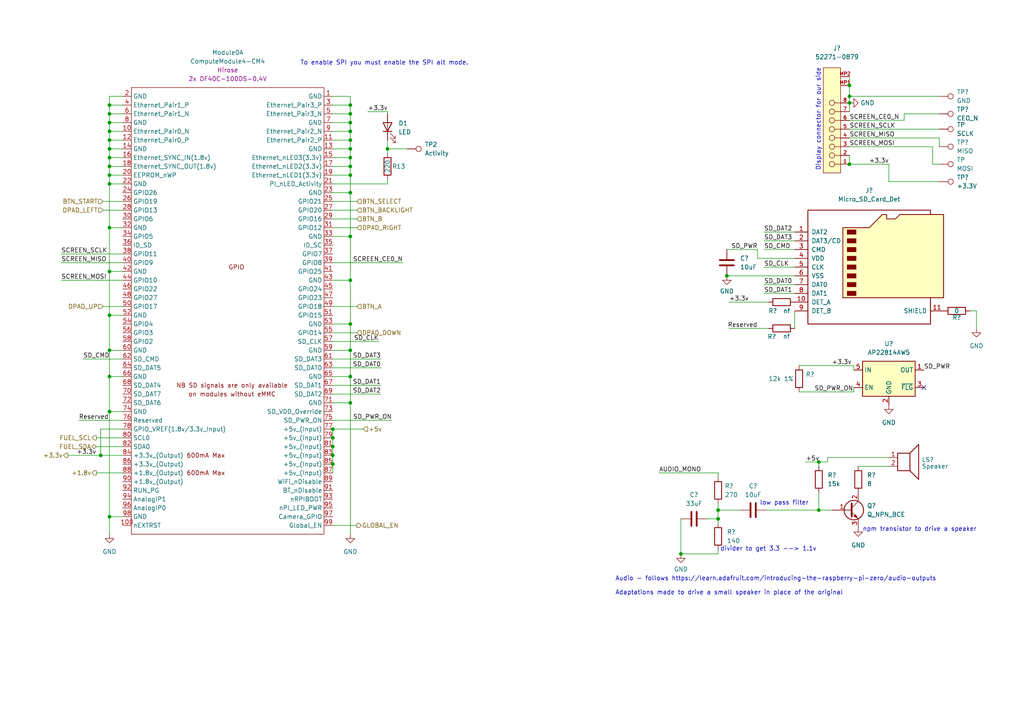
<source format=kicad_sch>
(kicad_sch (version 20210621) (generator eeschema)
  (paper "A4")
  (title_block (title "CM4 GPIO") (rev "indev") (comment 1 "https://www.github.com/cinnamondev/gamepithing"))
  (lib_symbols
    (symbol "CM4IO:ComputeModule4-CM4"
      (property "Reference" "Module" (at 113.03 -68.58 0))
      (property "Value" "ComputeModule4-CM4" (at 140.97 2.54 0))
      (property "Field4" "Hirose" (at 0 0 0))
      (property "Field5" "2x DF40C-100DS-0.4V" (at 0 -2.54 0))
      (symbol "ComputeModule4-CM4_1_0"
        (text "GPIO" (at 0 6.35 0) (effects (font (size 1.27 1.27))))
      )
      (symbol "ComputeModule4-CM4_1_1"
        (text "600mA Max" (at -8.89 -53.34 0) (effects (font (size 1.27 1.27))))
        (text "600mA Max" (at -8.89 -48.26 0) (effects (font (size 1.27 1.27))))
        (text "NB SD signals are only available" (at -1.27 -27.94 0) (effects (font (size 1.27 1.27))))
        (text "on modules without eMMC" (at -1.27 -30.48 0) (effects (font (size 1.27 1.27))))
        (rectangle (start -30.48 -71.12) (end 25.4 58.42))
        (pin power_in line (at 27.94 55.88 180) (length 2.54) (name "GND") (number "1"))
        (pin passive line (at -33.02 45.72 0) (length 2.54) (name "Ethernet_Pair0_N") (number "10"))
        (pin output line (at -33.02 -68.58 0) (length 2.54) (name "nEXTRST") (number "100"))
        (pin passive line (at 27.94 43.18 180) (length 2.54) (name "Ethernet_Pair2_P") (number "11"))
        (pin passive line (at -33.02 43.18 0) (length 2.54) (name "Ethernet_Pair0_P") (number "12"))
        (pin power_in line (at 27.94 40.64 180) (length 2.54) (name "GND") (number "13"))
        (pin power_in line (at -33.02 40.64 0) (length 2.54) (name "GND") (number "14"))
        (pin output line (at 27.94 38.1 180) (length 2.54) (name "Ethernet_nLED3(3.3v)") (number "15"))
        (pin input line (at -33.02 38.1 0) (length 2.54) (name "Ethernet_SYNC_IN(1.8v)") (number "16"))
        (pin output line (at 27.94 35.56 180) (length 2.54) (name "Ethernet_nLED2(3.3v)") (number "17"))
        (pin input line (at -33.02 35.56 0) (length 2.54) (name "Ethernet_SYNC_OUT(1.8v)") (number "18"))
        (pin output line (at 27.94 33.02 180) (length 2.54) (name "Ethernet_nLED1(3.3v)") (number "19"))
        (pin power_in line (at -33.02 55.88 0) (length 2.54) (name "GND") (number "2"))
        (pin passive line (at -33.02 33.02 0) (length 2.54) (name "EEPROM_nWP") (number "20"))
        (pin open_collector line (at 27.94 30.48 180) (length 2.54) (name "PI_nLED_Activity") (number "21"))
        (pin power_in line (at -33.02 30.48 0) (length 2.54) (name "GND") (number "22"))
        (pin power_in line (at 27.94 27.94 180) (length 2.54) (name "GND") (number "23"))
        (pin passive line (at -33.02 27.94 0) (length 2.54) (name "GPIO26") (number "24"))
        (pin passive line (at 27.94 25.4 180) (length 2.54) (name "GPIO21") (number "25"))
        (pin passive line (at -33.02 25.4 0) (length 2.54) (name "GPIO19") (number "26"))
        (pin passive line (at 27.94 22.86 180) (length 2.54) (name "GPIO20") (number "27"))
        (pin passive line (at -33.02 22.86 0) (length 2.54) (name "GPIO13") (number "28"))
        (pin passive line (at 27.94 20.32 180) (length 2.54) (name "GPIO16") (number "29"))
        (pin passive line (at 27.94 53.34 180) (length 2.54) (name "Ethernet_Pair3_P") (number "3"))
        (pin passive line (at -33.02 20.32 0) (length 2.54) (name "GPIO6") (number "30"))
        (pin passive line (at 27.94 17.78 180) (length 2.54) (name "GPIO12") (number "31"))
        (pin power_in line (at -33.02 17.78 0) (length 2.54) (name "GND") (number "32"))
        (pin power_in line (at 27.94 15.24 180) (length 2.54) (name "GND") (number "33"))
        (pin passive line (at -33.02 15.24 0) (length 2.54) (name "GPIO5") (number "34"))
        (pin passive line (at 27.94 12.7 180) (length 2.54) (name "ID_SC") (number "35"))
        (pin passive line (at -33.02 12.7 0) (length 2.54) (name "ID_SD") (number "36"))
        (pin passive line (at 27.94 10.16 180) (length 2.54) (name "GPIO7") (number "37"))
        (pin passive line (at -33.02 10.16 0) (length 2.54) (name "GPIO11") (number "38"))
        (pin passive line (at 27.94 7.62 180) (length 2.54) (name "GPIO8") (number "39"))
        (pin passive line (at -33.02 53.34 0) (length 2.54) (name "Ethernet_Pair1_P") (number "4"))
        (pin passive line (at -33.02 7.62 0) (length 2.54) (name "GPIO9") (number "40"))
        (pin passive line (at 27.94 5.08 180) (length 2.54) (name "GPIO25") (number "41"))
        (pin power_in line (at -33.02 5.08 0) (length 2.54) (name "GND") (number "42"))
        (pin power_in line (at 27.94 2.54 180) (length 2.54) (name "GND") (number "43"))
        (pin passive line (at -33.02 2.54 0) (length 2.54) (name "GPIO10") (number "44"))
        (pin passive line (at 27.94 0 180) (length 2.54) (name "GPIO24") (number "45"))
        (pin passive line (at -33.02 0 0) (length 2.54) (name "GPIO22") (number "46"))
        (pin passive line (at 27.94 -2.54 180) (length 2.54) (name "GPIO23") (number "47"))
        (pin passive line (at -33.02 -2.54 0) (length 2.54) (name "GPIO27") (number "48"))
        (pin passive line (at 27.94 -5.08 180) (length 2.54) (name "GPIO18") (number "49"))
        (pin passive line (at 27.94 50.8 180) (length 2.54) (name "Ethernet_Pair3_N") (number "5"))
        (pin passive line (at -33.02 -5.08 0) (length 2.54) (name "GPIO17") (number "50"))
        (pin passive line (at 27.94 -7.62 180) (length 2.54) (name "GPIO15") (number "51"))
        (pin power_in line (at -33.02 -7.62 0) (length 2.54) (name "GND") (number "52"))
        (pin power_in line (at 27.94 -10.16 180) (length 2.54) (name "GND") (number "53"))
        (pin passive line (at -33.02 -10.16 0) (length 2.54) (name "GPIO4") (number "54"))
        (pin passive line (at 27.94 -12.7 180) (length 2.54) (name "GPIO14") (number "55"))
        (pin passive line (at -33.02 -12.7 0) (length 2.54) (name "GPIO3") (number "56"))
        (pin passive line (at 27.94 -15.24 180) (length 2.54) (name "SD_CLK") (number "57"))
        (pin passive line (at -33.02 -15.24 0) (length 2.54) (name "GPIO2") (number "58"))
        (pin power_in line (at 27.94 -17.78 180) (length 2.54) (name "GND") (number "59"))
        (pin passive line (at -33.02 50.8 0) (length 2.54) (name "Ethernet_Pair1_N") (number "6"))
        (pin power_in line (at -33.02 -17.78 0) (length 2.54) (name "GND") (number "60"))
        (pin passive line (at 27.94 -20.32 180) (length 2.54) (name "SD_DAT3") (number "61"))
        (pin passive line (at -33.02 -20.32 0) (length 2.54) (name "SD_CMD") (number "62"))
        (pin passive line (at 27.94 -22.86 180) (length 2.54) (name "SD_DAT0") (number "63"))
        (pin passive line (at -33.02 -22.86 0) (length 2.54) (name "SD_DAT5") (number "64"))
        (pin power_in line (at 27.94 -25.4 180) (length 2.54) (name "GND") (number "65"))
        (pin power_in line (at -33.02 -25.4 0) (length 2.54) (name "GND") (number "66"))
        (pin passive line (at 27.94 -27.94 180) (length 2.54) (name "SD_DAT1") (number "67"))
        (pin passive line (at -33.02 -27.94 0) (length 2.54) (name "SD_DAT4") (number "68"))
        (pin passive line (at 27.94 -30.48 180) (length 2.54) (name "SD_DAT2") (number "69"))
        (pin power_in line (at 27.94 48.26 180) (length 2.54) (name "GND") (number "7"))
        (pin passive line (at -33.02 -30.48 0) (length 2.54) (name "SD_DAT7") (number "70"))
        (pin power_in line (at 27.94 -33.02 180) (length 2.54) (name "GND") (number "71"))
        (pin passive line (at -33.02 -33.02 0) (length 2.54) (name "SD_DAT6") (number "72"))
        (pin input line (at 27.94 -35.56 180) (length 2.54) (name "SD_VDD_Override") (number "73"))
        (pin power_in line (at -33.02 -35.56 0) (length 2.54) (name "GND") (number "74"))
        (pin output line (at 27.94 -38.1 180) (length 2.54) (name "SD_PWR_ON") (number "75"))
        (pin passive line (at -33.02 -38.1 0) (length 2.54) (name "Reserved") (number "76"))
        (pin power_in line (at 27.94 -40.64 180) (length 2.54) (name "+5v_(Input)") (number "77"))
        (pin power_in line (at -33.02 -40.64 0) (length 2.54) (name "GPIO_VREF(1.8v/3.3v_Input)") (number "78"))
        (pin power_in line (at 27.94 -43.18 180) (length 2.54) (name "+5v_(Input)") (number "79"))
        (pin power_in line (at -33.02 48.26 0) (length 2.54) (name "GND") (number "8"))
        (pin passive line (at -33.02 -43.18 0) (length 2.54) (name "SCL0") (number "80"))
        (pin power_in line (at 27.94 -45.72 180) (length 2.54) (name "+5v_(Input)") (number "81"))
        (pin passive line (at -33.02 -45.72 0) (length 2.54) (name "SDA0") (number "82"))
        (pin power_in line (at 27.94 -48.26 180) (length 2.54) (name "+5v_(Input)") (number "83"))
        (pin power_out line (at -33.02 -48.26 0) (length 2.54) (name "+3.3v_(Output)") (number "84"))
        (pin power_in line (at 27.94 -50.8 180) (length 2.54) (name "+5v_(Input)") (number "85"))
        (pin power_out line (at -33.02 -50.8 0) (length 2.54) (name "+3.3v_(Output)") (number "86"))
        (pin power_in line (at 27.94 -53.34 180) (length 2.54) (name "+5v_(Input)") (number "87"))
        (pin power_out line (at -33.02 -53.34 0) (length 2.54) (name "+1.8v_(Output)") (number "88"))
        (pin power_in line (at 27.94 -55.88 180) (length 2.54) (name "WiFi_nDisable") (number "89"))
        (pin passive line (at 27.94 45.72 180) (length 2.54) (name "Ethernet_Pair2_N") (number "9"))
        (pin power_out line (at -33.02 -55.88 0) (length 2.54) (name "+1.8v_(Output)") (number "90"))
        (pin power_in line (at 27.94 -58.42 180) (length 2.54) (name "BT_nDisable") (number "91"))
        (pin passive line (at -33.02 -58.42 0) (length 2.54) (name "RUN_PG") (number "92"))
        (pin input line (at 27.94 -60.96 180) (length 2.54) (name "nRPIBOOT") (number "93"))
        (pin passive line (at -33.02 -60.96 0) (length 2.54) (name "AnalogIP1") (number "94"))
        (pin output line (at 27.94 -63.5 180) (length 2.54) (name "nPI_LED_PWR") (number "95"))
        (pin passive line (at -33.02 -63.5 0) (length 2.54) (name "AnalogIP0") (number "96"))
        (pin passive line (at 27.94 -66.04 180) (length 2.54) (name "Camera_GPIO") (number "97"))
        (pin power_in line (at -33.02 -66.04 0) (length 2.54) (name "GND") (number "98"))
        (pin input line (at 27.94 -68.58 180) (length 2.54) (name "Global_EN") (number "99"))
      )
      (symbol "ComputeModule4-CM4_2_1"
        (text "High Speed Serial" (at 140.97 0 0) (effects (font (size 1.27 1.27))))
        (rectangle (start 114.3 -66.04) (end 165.1 63.5))
        (pin input line (at 170.18 60.96 180) (length 5.08) (name "USB_OTG_ID") (number "101"))
        (pin input line (at 109.22 60.96 0) (length 5.08) (name "PCIe_CLK_nREQ") (number "102"))
        (pin passive line (at 170.18 58.42 180) (length 5.08) (name "USB2_N") (number "103"))
        (pin passive line (at 109.22 58.42 0) (length 5.08) (name "Reserved") (number "104"))
        (pin passive line (at 170.18 55.88 180) (length 5.08) (name "USB2_P") (number "105"))
        (pin passive line (at 109.22 55.88 0) (length 5.08) (name "Reserved") (number "106"))
        (pin power_in line (at 170.18 53.34 180) (length 5.08) (name "GND") (number "107"))
        (pin power_in line (at 109.22 53.34 0) (length 5.08) (name "GND") (number "108"))
        (pin bidirectional line (at 170.18 50.8 180) (length 5.08) (name "PCIe_nRST") (number "109"))
        (pin output line (at 109.22 50.8 0) (length 5.08) (name "PCIe_CLK_P") (number "110"))
        (pin passive line (at 170.18 48.26 180) (length 5.08) (name "VDAC_COMP") (number "111"))
        (pin output line (at 109.22 48.26 0) (length 5.08) (name "PCIe_CLK_N") (number "112"))
        (pin power_in line (at 170.18 45.72 180) (length 5.08) (name "GND") (number "113"))
        (pin power_in line (at 109.22 45.72 0) (length 5.08) (name "GND") (number "114"))
        (pin input line (at 170.18 43.18 180) (length 5.08) (name "CAM1_D0_N") (number "115"))
        (pin input line (at 109.22 43.18 0) (length 5.08) (name "PCIe_RX_P") (number "116"))
        (pin input line (at 170.18 40.64 180) (length 5.08) (name "CAM1_D0_P") (number "117"))
        (pin input line (at 109.22 40.64 0) (length 5.08) (name "PCIe_RX_N") (number "118"))
        (pin power_in line (at 170.18 38.1 180) (length 5.08) (name "GND") (number "119"))
        (pin power_in line (at 109.22 38.1 0) (length 5.08) (name "GND") (number "120"))
        (pin input line (at 170.18 35.56 180) (length 5.08) (name "CAM1_D1_N") (number "121"))
        (pin output line (at 109.22 35.56 0) (length 5.08) (name "PCIe_TX_P") (number "122"))
        (pin input line (at 170.18 33.02 180) (length 5.08) (name "CAM1_D1_P") (number "123"))
        (pin output line (at 109.22 33.02 0) (length 5.08) (name "PCIe_TX_N") (number "124"))
        (pin power_in line (at 170.18 30.48 180) (length 5.08) (name "GND") (number "125"))
        (pin power_in line (at 109.22 30.48 0) (length 5.08) (name "GND") (number "126"))
        (pin input line (at 170.18 27.94 180) (length 5.08) (name "CAM1_C_N") (number "127"))
        (pin input line (at 109.22 27.94 0) (length 5.08) (name "CAM0_D0_N") (number "128"))
        (pin input line (at 170.18 25.4 180) (length 5.08) (name "CAM1_C_P") (number "129"))
        (pin input line (at 109.22 25.4 0) (length 5.08) (name "CAM0_D0_P") (number "130"))
        (pin power_in line (at 170.18 22.86 180) (length 5.08) (name "GND") (number "131"))
        (pin power_in line (at 109.22 22.86 0) (length 5.08) (name "GND") (number "132"))
        (pin input line (at 170.18 20.32 180) (length 5.08) (name "CAM1_D2_N") (number "133"))
        (pin input line (at 109.22 20.32 0) (length 5.08) (name "CAM0_D1_N") (number "134"))
        (pin input line (at 170.18 17.78 180) (length 5.08) (name "CAM1_D2_P") (number "135"))
        (pin input line (at 109.22 17.78 0) (length 5.08) (name "CAM0_D1_P") (number "136"))
        (pin power_in line (at 170.18 15.24 180) (length 5.08) (name "GND") (number "137"))
        (pin power_in line (at 109.22 15.24 0) (length 5.08) (name "GND") (number "138"))
        (pin input line (at 170.18 12.7 180) (length 5.08) (name "CAM1_D3_N") (number "139"))
        (pin input line (at 109.22 12.7 0) (length 5.08) (name "CAM0_C_N") (number "140"))
        (pin input line (at 170.18 10.16 180) (length 5.08) (name "CAM1_D3_P") (number "141"))
        (pin input line (at 109.22 10.16 0) (length 5.08) (name "CAM0_C_P") (number "142"))
        (pin input line (at 170.18 7.62 180) (length 5.08) (name "HDMI1_HOTPLUG") (number "143"))
        (pin power_in line (at 109.22 7.62 0) (length 5.08) (name "GND") (number "144"))
        (pin bidirectional line (at 170.18 5.08 180) (length 5.08) (name "HDMI1_SDA") (number "145"))
        (pin output line (at 109.22 5.08 0) (length 5.08) (name "HDMI1_TX2_P") (number "146"))
        (pin open_collector line (at 170.18 2.54 180) (length 5.08) (name "HDMI1_SCL") (number "147"))
        (pin output line (at 109.22 2.54 0) (length 5.08) (name "HDMI1_TX2_N") (number "148"))
        (pin open_collector line (at 170.18 0 180) (length 5.08) (name "HDMI1_CEC") (number "149"))
        (pin power_in line (at 109.22 0 0) (length 5.08) (name "GND") (number "150"))
        (pin open_collector line (at 170.18 -2.54 180) (length 5.08) (name "HDMI0_CEC") (number "151"))
        (pin output line (at 109.22 -2.54 0) (length 5.08) (name "HDMI1_TX1_P") (number "152"))
        (pin input line (at 170.18 -5.08 180) (length 5.08) (name "HDMI0_HOTPLUG") (number "153"))
        (pin output line (at 109.22 -5.08 0) (length 5.08) (name "HDMI1_TX1_N") (number "154"))
        (pin power_in line (at 170.18 -7.62 180) (length 5.08) (name "GND") (number "155"))
        (pin power_in line (at 109.22 -7.62 0) (length 5.08) (name "GND") (number "156"))
        (pin output line (at 170.18 -10.16 180) (length 5.08) (name "DSI0_D0_N") (number "157"))
        (pin output line (at 109.22 -10.16 0) (length 5.08) (name "HDMI1_TX0_P") (number "158"))
        (pin output line (at 170.18 -12.7 180) (length 5.08) (name "DSI0_D0_P") (number "159"))
        (pin output line (at 109.22 -12.7 0) (length 5.08) (name "HDMI1_TX0_N") (number "160"))
        (pin power_in line (at 170.18 -15.24 180) (length 5.08) (name "GND") (number "161"))
        (pin power_in line (at 109.22 -15.24 0) (length 5.08) (name "GND") (number "162"))
        (pin output line (at 170.18 -17.78 180) (length 5.08) (name "DSI0_D1_N") (number "163"))
        (pin output line (at 109.22 -17.78 0) (length 5.08) (name "HDMI1_CLK_P") (number "164"))
        (pin output line (at 170.18 -20.32 180) (length 5.08) (name "DSI0_D1_P") (number "165"))
        (pin output line (at 109.22 -20.32 0) (length 5.08) (name "HDMI1_CLK_N") (number "166"))
        (pin power_in line (at 170.18 -22.86 180) (length 5.08) (name "GND") (number "167"))
        (pin power_in line (at 109.22 -22.86 0) (length 5.08) (name "GND") (number "168"))
        (pin output line (at 170.18 -25.4 180) (length 5.08) (name "DSI0_C_N") (number "169"))
        (pin output line (at 109.22 -25.4 0) (length 5.08) (name "HDMI0_TX2_P") (number "170"))
        (pin output line (at 170.18 -27.94 180) (length 5.08) (name "DSI0_C_P") (number "171"))
        (pin output line (at 109.22 -27.94 0) (length 5.08) (name "HDMI0_TX2_N") (number "172"))
        (pin power_in line (at 170.18 -30.48 180) (length 5.08) (name "GND") (number "173"))
        (pin power_in line (at 109.22 -30.48 0) (length 5.08) (name "GND") (number "174"))
        (pin output line (at 170.18 -33.02 180) (length 5.08) (name "DSI1_D0_N") (number "175"))
        (pin output line (at 109.22 -33.02 0) (length 5.08) (name "HDMI0_TX1_P") (number "176"))
        (pin output line (at 170.18 -35.56 180) (length 5.08) (name "DSI1_D0_P") (number "177"))
        (pin output line (at 109.22 -35.56 0) (length 5.08) (name "HDMI0_TX1_N") (number "178"))
        (pin power_in line (at 170.18 -38.1 180) (length 5.08) (name "GND") (number "179"))
        (pin power_in line (at 109.22 -38.1 0) (length 5.08) (name "GND") (number "180"))
        (pin output line (at 170.18 -40.64 180) (length 5.08) (name "DSI1_D1_N") (number "181"))
        (pin output line (at 109.22 -40.64 0) (length 5.08) (name "HDMI0_TX0_P") (number "182"))
        (pin output line (at 170.18 -43.18 180) (length 5.08) (name "DSI1_D1_P") (number "183"))
        (pin output line (at 109.22 -43.18 0) (length 5.08) (name "HDMI0_TX0_N") (number "184"))
        (pin power_in line (at 170.18 -45.72 180) (length 5.08) (name "GND") (number "185"))
        (pin power_in line (at 109.22 -45.72 0) (length 5.08) (name "GND") (number "186"))
        (pin output line (at 170.18 -48.26 180) (length 5.08) (name "DSI1_C_N") (number "187"))
        (pin output line (at 109.22 -48.26 0) (length 5.08) (name "HDMI0_CLK_P") (number "188"))
        (pin output line (at 170.18 -50.8 180) (length 5.08) (name "DSI1_C_P") (number "189"))
        (pin output line (at 109.22 -50.8 0) (length 5.08) (name "HDMI0_CLK_N") (number "190"))
        (pin power_in line (at 170.18 -53.34 180) (length 5.08) (name "GND") (number "191"))
        (pin power_in line (at 109.22 -53.34 0) (length 5.08) (name "GND") (number "192"))
        (pin output line (at 170.18 -55.88 180) (length 5.08) (name "DSI1_D2_N") (number "193"))
        (pin output line (at 109.22 -55.88 0) (length 5.08) (name "DSI1_D3_N") (number "194"))
        (pin output line (at 170.18 -58.42 180) (length 5.08) (name "DSI1_D2_P") (number "195"))
        (pin output line (at 109.22 -58.42 0) (length 5.08) (name "DSI1_D3_P") (number "196"))
        (pin power_in line (at 170.18 -60.96 180) (length 5.08) (name "GND") (number "197"))
        (pin power_in line (at 109.22 -60.96 0) (length 5.08) (name "GND") (number "198"))
        (pin bidirectional line (at 170.18 -63.5 180) (length 5.08) (name "HDMI0_SDA") (number "199"))
        (pin open_collector line (at 109.22 -63.5 0) (length 5.08) (name "HDMI0_SCL") (number "200"))
      )
    )
    (symbol "Connector:Micro_SD_Card_Det" (pin_names (offset 1.016))
      (property "Reference" "J" (at -16.51 17.78 0))
      (property "Value" "Micro_SD_Card_Det" (at 16.51 17.78 0))
      (symbol "Micro_SD_Card_Det_0_1"
        (rectangle (start -7.62 -6.985) (end -5.08 -8.255) (fill (type outline)))
        (rectangle (start -7.62 -4.445) (end -5.08 -5.715) (fill (type outline)))
        (rectangle (start -7.62 -1.905) (end -5.08 -3.175) (fill (type outline)))
        (rectangle (start -7.62 0.635) (end -5.08 -0.635) (fill (type outline)))
        (rectangle (start -7.62 3.175) (end -5.08 1.905) (fill (type outline)))
        (rectangle (start -7.62 5.715) (end -5.08 4.445) (fill (type outline)))
        (rectangle (start -7.62 8.255) (end -5.08 6.985) (fill (type outline)))
        (rectangle (start -7.62 10.795) (end -5.08 9.525) (fill (type outline)))
        (polyline (pts (xy 16.51 15.24) (xy 16.51 16.51) (xy -19.05 16.51) (xy -19.05 -16.51) (xy 16.51 -16.51) (xy 16.51 -8.89)) (stroke (width 0.254)))
        (polyline (pts (xy -8.89 -8.89) (xy -8.89 11.43) (xy -1.27 11.43) (xy 2.54 15.24) (xy 3.81 15.24) (xy 3.81 13.97) (xy 6.35 13.97) (xy 7.62 15.24) (xy 20.32 15.24) (xy 20.32 -8.89) (xy -8.89 -8.89)) (stroke (width 0.254)) (fill (type background)))
      )
      (symbol "Micro_SD_Card_Det_1_1"
        (pin bidirectional line (at -22.86 10.16 0) (length 3.81) (name "DAT2") (number "1"))
        (pin passive line (at -22.86 -10.16 0) (length 3.81) (name "DET_A") (number "10"))
        (pin passive line (at 20.32 -12.7 180) (length 3.81) (name "SHIELD") (number "11"))
        (pin bidirectional line (at -22.86 7.62 0) (length 3.81) (name "DAT3/CD") (number "2"))
        (pin input line (at -22.86 5.08 0) (length 3.81) (name "CMD") (number "3"))
        (pin power_in line (at -22.86 2.54 0) (length 3.81) (name "VDD") (number "4"))
        (pin input line (at -22.86 0 0) (length 3.81) (name "CLK") (number "5"))
        (pin power_in line (at -22.86 -2.54 0) (length 3.81) (name "VSS") (number "6"))
        (pin bidirectional line (at -22.86 -5.08 0) (length 3.81) (name "DAT0") (number "7"))
        (pin bidirectional line (at -22.86 -7.62 0) (length 3.81) (name "DAT1") (number "8"))
        (pin passive line (at -22.86 -12.7 0) (length 3.81) (name "DET_B") (number "9"))
      )
    )
    (symbol "Connector:TestPoint" (pin_numbers hide) (pin_names (offset 0.762) hide)
      (property "Reference" "TP" (at 0 6.858 0))
      (property "Value" "TestPoint" (at 0 5.08 0))
      (symbol "TestPoint_0_1"
        (circle (center 0 3.302) (radius 0.762))
      )
      (symbol "TestPoint_1_1"
        (pin passive line (at 0 0 90) (length 2.54) (name "1") (number "1"))
      )
    )
    (symbol "Device:C" (pin_numbers hide) (pin_names (offset 0.254))
      (property "Reference" "C" (at 0.635 2.54 0))
      (property "Value" "C" (at 0.635 -2.54 0))
      (symbol "C_0_1"
        (polyline (pts (xy -2.032 -0.762) (xy 2.032 -0.762)) (stroke (width 0.508)))
        (polyline (pts (xy -2.032 0.762) (xy 2.032 0.762)) (stroke (width 0.508)))
      )
      (symbol "C_1_1"
        (pin passive line (at 0 3.81 270) (length 2.794) (name "~") (number "1"))
        (pin passive line (at 0 -3.81 90) (length 2.794) (name "~") (number "2"))
      )
    )
    (symbol "Device:LED" (pin_numbers hide) (pin_names (offset 1.016) hide)
      (property "Reference" "D" (at 0 2.54 0))
      (property "Value" "LED" (at 0 -2.54 0))
      (symbol "LED_0_1"
        (polyline (pts (xy -1.27 -1.27) (xy -1.27 1.27)) (stroke (width 0.254)))
        (polyline (pts (xy -1.27 0) (xy 1.27 0)))
        (polyline (pts (xy 1.27 -1.27) (xy 1.27 1.27) (xy -1.27 0) (xy 1.27 -1.27)) (stroke (width 0.254)))
        (polyline (pts (xy -3.048 -0.762) (xy -4.572 -2.286) (xy -3.81 -2.286) (xy -4.572 -2.286) (xy -4.572 -1.524)))
        (polyline (pts (xy -1.778 -0.762) (xy -3.302 -2.286) (xy -2.54 -2.286) (xy -3.302 -2.286) (xy -3.302 -1.524)))
      )
      (symbol "LED_1_1"
        (pin passive line (at -3.81 0 0) (length 2.54) (name "K") (number "1"))
        (pin passive line (at 3.81 0 180) (length 2.54) (name "A") (number "2"))
      )
    )
    (symbol "Device:Q_NPN_BCE" (pin_names (offset 0) hide)
      (property "Reference" "Q" (at 5.08 1.27 0))
      (property "Value" "Q_NPN_BCE" (at 5.08 -1.27 0))
      (symbol "Q_NPN_BCE_0_1"
        (circle (center 1.27 0) (radius 2.8194) (stroke (width 0.254)))
        (polyline (pts (xy 0.635 0.635) (xy 2.54 2.54)))
        (polyline (pts (xy 0.635 -0.635) (xy 2.54 -2.54) (xy 2.54 -2.54)))
        (polyline (pts (xy 0.635 1.905) (xy 0.635 -1.905) (xy 0.635 -1.905)) (stroke (width 0.508)))
        (polyline (pts (xy 1.27 -1.778) (xy 1.778 -1.27) (xy 2.286 -2.286) (xy 1.27 -1.778) (xy 1.27 -1.778)) (fill (type outline)))
      )
      (symbol "Q_NPN_BCE_1_1"
        (pin input line (at -5.08 0 0) (length 5.715) (name "B") (number "1"))
        (pin passive line (at 2.54 5.08 270) (length 2.54) (name "C") (number "2"))
        (pin passive line (at 2.54 -5.08 90) (length 2.54) (name "E") (number "3"))
      )
    )
    (symbol "Device:R" (pin_numbers hide) (pin_names (offset 0))
      (property "Reference" "R" (at 2.032 0 90))
      (property "Value" "R" (at 0 0 90))
      (symbol "R_0_1"
        (rectangle (start -1.016 -2.54) (end 1.016 2.54) (stroke (width 0.254)))
      )
      (symbol "R_1_1"
        (pin passive line (at 0 3.81 270) (length 1.27) (name "~") (number "1"))
        (pin passive line (at 0 -3.81 90) (length 1.27) (name "~") (number "2"))
      )
    )
    (symbol "Device:Speaker" (pin_names (offset 0) hide)
      (property "Reference" "LS" (at 1.27 5.715 0))
      (property "Value" "Speaker" (at 1.27 3.81 0))
      (symbol "Speaker_0_0"
        (rectangle (start -2.54 1.27) (end 1.016 -3.81) (stroke (width 0.254)))
        (polyline (pts (xy 1.016 1.27) (xy 3.556 3.81) (xy 3.556 -6.35) (xy 1.016 -3.81)) (stroke (width 0.254)))
      )
      (symbol "Speaker_1_1"
        (pin input line (at -5.08 0 0) (length 2.54) (name "1") (number "1"))
        (pin input line (at -5.08 -2.54 0) (length 2.54) (name "2") (number "2"))
      )
    )
    (symbol "MOLEXZIF:52271-0879" (pin_names (offset 0))
      (property "Reference" "J" (at 0 12.7 0))
      (property "Value" "52271-0879" (at 0 15.24 0))
      (symbol "52271-0879_1_1"
        (circle (center 0 7.62) (radius 0.762))
        (circle (center 2.54 7.62) (radius 0.762))
        (circle (center 5.08 7.62) (radius 0.762))
        (circle (center 7.62 7.62) (radius 0.762))
        (circle (center 10.16 7.62) (radius 0.762))
        (circle (center 12.7 7.62) (radius 0.762))
        (circle (center 15.24 7.62) (radius 0.762))
        (circle (center 17.78 7.62) (radius 0.762))
        (rectangle (start -2.54 10.16) (end 27.94 5.08) (fill (type background)))
        (polyline (pts (xy 0 5.08) (xy 0 6.858)))
        (polyline (pts (xy 2.54 5.08) (xy 2.54 6.858)))
        (polyline (pts (xy 5.08 5.08) (xy 5.08 6.858)))
        (polyline (pts (xy 7.62 5.08) (xy 7.62 6.858)))
        (polyline (pts (xy 10.16 5.08) (xy 10.16 6.858)))
        (polyline (pts (xy 12.7 5.08) (xy 12.7 6.858)))
        (polyline (pts (xy 15.24 5.08) (xy 15.24 6.858)))
        (polyline (pts (xy 17.78 5.08) (xy 17.78 6.858)))
        (pin passive line (at 0 2.54 90) (length 2.54) (name "1") (number "1"))
        (pin passive line (at 2.54 2.54 90) (length 2.54) (name "2") (number "2"))
        (pin passive line (at 5.08 2.54 90) (length 2.54) (name "3") (number "3"))
        (pin passive line (at 7.62 2.54 90) (length 2.54) (name "4") (number "4"))
        (pin passive line (at 10.16 2.54 90) (length 2.54) (name "5") (number "5"))
        (pin passive line (at 12.7 2.54 90) (length 2.54) (name "6") (number "6"))
        (pin passive line (at 15.24 2.54 90) (length 2.54) (name "7") (number "7"))
        (pin passive line (at 17.78 2.54 90) (length 2.54) (name "8") (number "8"))
        (pin passive line (at 22.86 2.54 90) (length 2.54) (name "MP1") (number "MP1"))
        (pin passive line (at 25.4 2.54 90) (length 2.54) (name "MP2") (number "MP2"))
      )
    )
    (symbol "Power_Management:AP22814AW5"
      (property "Reference" "U" (at -7.62 -6.35 0))
      (property "Value" "AP22814AW5" (at -7.62 6.35 0))
      (symbol "AP22814AW5_0_1"
        (rectangle (start -7.62 5.08) (end 7.62 -5.08) (stroke (width 0.254)) (fill (type background)))
      )
      (symbol "AP22814AW5_1_1"
        (pin power_out line (at 10.16 2.54 180) (length 2.54) (name "OUT") (number "1"))
        (pin power_in line (at 0 -7.62 90) (length 2.54) (name "GND") (number "2"))
        (pin open_collector line (at 10.16 -2.54 180) (length 2.54) (name "~{FLG}") (number "3"))
        (pin input line (at -10.16 -2.54 0) (length 2.54) (name "EN") (number "4"))
        (pin power_in line (at -10.16 2.54 0) (length 2.54) (name "IN") (number "5"))
      )
    )
    (symbol "power:GND" (power) (pin_names (offset 0))
      (property "Value" "GND" (at 0 -3.81 0))
      (symbol "GND_0_1"
        (polyline (pts (xy 0 0) (xy 0 -1.27) (xy 1.27 -1.27) (xy 0 -2.54) (xy -1.27 -1.27) (xy 0 -1.27)))
      )
      (symbol "GND_1_1"
        (pin power_in line (at 0 0 270) (length 0) hide (name "GND") (number "1"))
      )
    )
  )
  (junction (at 29.21 132.08) (diameter 0.9144))
  (junction (at 31.75 30.48) (diameter 0.9144))
  (junction (at 31.75 33.02) (diameter 0.9144))
  (junction (at 31.75 35.56) (diameter 0.9144))
  (junction (at 31.75 38.1) (diameter 0.9144))
  (junction (at 31.75 40.64) (diameter 0.9144))
  (junction (at 31.75 43.18) (diameter 0.9144))
  (junction (at 31.75 45.72) (diameter 0.9144))
  (junction (at 31.75 48.26) (diameter 0.9144))
  (junction (at 31.75 50.8) (diameter 0.9144))
  (junction (at 31.75 53.34) (diameter 0.9144))
  (junction (at 31.75 66.04) (diameter 0.9144))
  (junction (at 31.75 78.74) (diameter 0.9144))
  (junction (at 31.75 91.44) (diameter 0.9144))
  (junction (at 31.75 101.6) (diameter 0.9144))
  (junction (at 31.75 109.22) (diameter 0.9144))
  (junction (at 31.75 119.38) (diameter 0.9144))
  (junction (at 31.75 149.86) (diameter 0.9144))
  (junction (at 96.52 124.46) (diameter 0.9144))
  (junction (at 96.52 127) (diameter 0.9144))
  (junction (at 96.52 129.54) (diameter 0.9144))
  (junction (at 96.52 132.08) (diameter 0.9144))
  (junction (at 96.52 134.62) (diameter 0.9144))
  (junction (at 101.6 30.48) (diameter 0.9144))
  (junction (at 101.6 33.02) (diameter 0.9144))
  (junction (at 101.6 35.56) (diameter 0.9144))
  (junction (at 101.6 38.1) (diameter 0.9144))
  (junction (at 101.6 40.64) (diameter 0.9144))
  (junction (at 101.6 43.18) (diameter 0.9144))
  (junction (at 101.6 45.72) (diameter 0.9144))
  (junction (at 101.6 48.26) (diameter 0.9144))
  (junction (at 101.6 50.8) (diameter 0.9144))
  (junction (at 101.6 55.88) (diameter 0.9144))
  (junction (at 101.6 68.58) (diameter 0.9144))
  (junction (at 101.6 81.28) (diameter 0.9144))
  (junction (at 101.6 93.98) (diameter 0.9144))
  (junction (at 101.6 101.6) (diameter 0.9144))
  (junction (at 101.6 109.22) (diameter 0.9144))
  (junction (at 101.6 116.84) (diameter 0.9144))
  (junction (at 112.395 43.18) (diameter 0.9144))
  (junction (at 197.485 160.655) (diameter 0.9144))
  (junction (at 208.28 147.955) (diameter 0.9144))
  (junction (at 208.28 150.495) (diameter 0.9144))
  (junction (at 210.82 80.01) (diameter 0.9144))
  (junction (at 237.49 133.985) (diameter 0.9144))
  (junction (at 237.49 147.955) (diameter 0.9144))
  (junction (at 246.38 24.765) (diameter 0.9144))
  (junction (at 246.38 27.94) (diameter 0.9144))
  (junction (at 246.38 29.845) (diameter 0.9144))
  (junction (at 246.38 47.625) (diameter 0.9144))
  (no_connect (at 267.97 112.395))
  (wire (pts (xy 17.78 73.66) (xy 35.56 73.66)))
  (wire (pts (xy 17.78 76.2) (xy 35.56 76.2)))
  (wire (pts (xy 17.78 81.28) (xy 35.56 81.28)))
  (wire (pts (xy 19.685 132.08) (xy 29.21 132.08)))
  (wire (pts (xy 22.86 121.92) (xy 35.56 121.92)))
  (wire (pts (xy 24.13 104.14) (xy 35.56 104.14)))
  (wire (pts (xy 27.94 127) (xy 35.56 127)))
  (wire (pts (xy 27.94 129.54) (xy 35.56 129.54)))
  (wire (pts (xy 27.94 137.16) (xy 35.56 137.16)))
  (wire (pts (xy 29.21 124.46) (xy 29.21 132.08)))
  (wire (pts (xy 29.21 124.46) (xy 35.56 124.46)))
  (wire (pts (xy 29.21 132.08) (xy 35.56 132.08)))
  (wire (pts (xy 29.845 58.42) (xy 35.56 58.42)))
  (wire (pts (xy 29.845 60.96) (xy 35.56 60.96)))
  (wire (pts (xy 29.845 88.9) (xy 35.56 88.9)))
  (wire (pts (xy 31.75 27.94) (xy 31.75 30.48)))
  (wire (pts (xy 31.75 30.48) (xy 31.75 33.02)))
  (wire (pts (xy 31.75 30.48) (xy 35.56 30.48)))
  (wire (pts (xy 31.75 33.02) (xy 31.75 35.56)))
  (wire (pts (xy 31.75 33.02) (xy 35.56 33.02)))
  (wire (pts (xy 31.75 35.56) (xy 31.75 38.1)))
  (wire (pts (xy 31.75 35.56) (xy 35.56 35.56)))
  (wire (pts (xy 31.75 38.1) (xy 31.75 40.64)))
  (wire (pts (xy 31.75 38.1) (xy 35.56 38.1)))
  (wire (pts (xy 31.75 40.64) (xy 31.75 43.18)))
  (wire (pts (xy 31.75 40.64) (xy 35.56 40.64)))
  (wire (pts (xy 31.75 43.18) (xy 31.75 45.72)))
  (wire (pts (xy 31.75 43.18) (xy 35.56 43.18)))
  (wire (pts (xy 31.75 45.72) (xy 31.75 48.26)))
  (wire (pts (xy 31.75 48.26) (xy 31.75 50.8)))
  (wire (pts (xy 31.75 48.26) (xy 35.56 48.26)))
  (wire (pts (xy 31.75 50.8) (xy 31.75 53.34)))
  (wire (pts (xy 31.75 50.8) (xy 35.56 50.8)))
  (wire (pts (xy 31.75 53.34) (xy 31.75 66.04)))
  (wire (pts (xy 31.75 53.34) (xy 35.56 53.34)))
  (wire (pts (xy 31.75 66.04) (xy 31.75 78.74)))
  (wire (pts (xy 31.75 66.04) (xy 35.56 66.04)))
  (wire (pts (xy 31.75 78.74) (xy 31.75 91.44)))
  (wire (pts (xy 31.75 78.74) (xy 35.56 78.74)))
  (wire (pts (xy 31.75 91.44) (xy 31.75 101.6)))
  (wire (pts (xy 31.75 91.44) (xy 35.56 91.44)))
  (wire (pts (xy 31.75 101.6) (xy 31.75 109.22)))
  (wire (pts (xy 31.75 101.6) (xy 35.56 101.6)))
  (wire (pts (xy 31.75 109.22) (xy 31.75 119.38)))
  (wire (pts (xy 31.75 109.22) (xy 35.56 109.22)))
  (wire (pts (xy 31.75 119.38) (xy 31.75 149.86)))
  (wire (pts (xy 31.75 119.38) (xy 35.56 119.38)))
  (wire (pts (xy 31.75 149.86) (xy 31.75 154.94)))
  (wire (pts (xy 31.75 149.86) (xy 35.56 149.86)))
  (wire (pts (xy 35.56 27.94) (xy 31.75 27.94)))
  (wire (pts (xy 35.56 45.72) (xy 31.75 45.72)))
  (wire (pts (xy 96.52 27.94) (xy 101.6 27.94)))
  (wire (pts (xy 96.52 30.48) (xy 101.6 30.48)))
  (wire (pts (xy 96.52 33.02) (xy 101.6 33.02)))
  (wire (pts (xy 96.52 35.56) (xy 101.6 35.56)))
  (wire (pts (xy 96.52 38.1) (xy 101.6 38.1)))
  (wire (pts (xy 96.52 40.64) (xy 101.6 40.64)))
  (wire (pts (xy 96.52 43.18) (xy 101.6 43.18)))
  (wire (pts (xy 96.52 45.72) (xy 101.6 45.72)))
  (wire (pts (xy 96.52 48.26) (xy 101.6 48.26)))
  (wire (pts (xy 96.52 50.8) (xy 101.6 50.8)))
  (wire (pts (xy 96.52 53.34) (xy 112.395 53.34)))
  (wire (pts (xy 96.52 55.88) (xy 101.6 55.88)))
  (wire (pts (xy 96.52 58.42) (xy 103.505 58.42)))
  (wire (pts (xy 96.52 60.96) (xy 103.505 60.96)))
  (wire (pts (xy 96.52 63.5) (xy 103.505 63.5)))
  (wire (pts (xy 96.52 66.04) (xy 103.505 66.04)))
  (wire (pts (xy 96.52 68.58) (xy 101.6 68.58)))
  (wire (pts (xy 96.52 76.2) (xy 116.84 76.2)))
  (wire (pts (xy 96.52 81.28) (xy 101.6 81.28)))
  (wire (pts (xy 96.52 88.9) (xy 103.505 88.9)))
  (wire (pts (xy 96.52 93.98) (xy 101.6 93.98)))
  (wire (pts (xy 96.52 96.52) (xy 103.505 96.52)))
  (wire (pts (xy 96.52 99.06) (xy 109.855 99.06)))
  (wire (pts (xy 96.52 101.6) (xy 101.6 101.6)))
  (wire (pts (xy 96.52 104.14) (xy 110.49 104.14)))
  (wire (pts (xy 96.52 106.68) (xy 110.49 106.68)))
  (wire (pts (xy 96.52 109.22) (xy 101.6 109.22)))
  (wire (pts (xy 96.52 111.76) (xy 110.49 111.76)))
  (wire (pts (xy 96.52 114.3) (xy 110.49 114.3)))
  (wire (pts (xy 96.52 116.84) (xy 101.6 116.84)))
  (wire (pts (xy 96.52 121.92) (xy 113.665 121.92)))
  (wire (pts (xy 96.52 124.46) (xy 96.52 127)))
  (wire (pts (xy 96.52 127) (xy 96.52 129.54)))
  (wire (pts (xy 96.52 129.54) (xy 96.52 132.08)))
  (wire (pts (xy 96.52 132.08) (xy 96.52 134.62)))
  (wire (pts (xy 96.52 134.62) (xy 96.52 137.16)))
  (wire (pts (xy 96.52 152.4) (xy 103.505 152.4)))
  (wire (pts (xy 101.6 27.94) (xy 101.6 30.48)))
  (wire (pts (xy 101.6 30.48) (xy 101.6 33.02)))
  (wire (pts (xy 101.6 33.02) (xy 101.6 35.56)))
  (wire (pts (xy 101.6 35.56) (xy 101.6 38.1)))
  (wire (pts (xy 101.6 38.1) (xy 101.6 40.64)))
  (wire (pts (xy 101.6 40.64) (xy 101.6 43.18)))
  (wire (pts (xy 101.6 43.18) (xy 101.6 45.72)))
  (wire (pts (xy 101.6 45.72) (xy 101.6 48.26)))
  (wire (pts (xy 101.6 48.26) (xy 101.6 50.8)))
  (wire (pts (xy 101.6 50.8) (xy 101.6 55.88)))
  (wire (pts (xy 101.6 55.88) (xy 101.6 68.58)))
  (wire (pts (xy 101.6 68.58) (xy 101.6 81.28)))
  (wire (pts (xy 101.6 81.28) (xy 101.6 93.98)))
  (wire (pts (xy 101.6 93.98) (xy 101.6 101.6)))
  (wire (pts (xy 101.6 101.6) (xy 101.6 109.22)))
  (wire (pts (xy 101.6 109.22) (xy 101.6 116.84)))
  (wire (pts (xy 101.6 116.84) (xy 101.6 154.94)))
  (wire (pts (xy 105.41 124.46) (xy 96.52 124.46)))
  (wire (pts (xy 106.68 32.385) (xy 112.395 32.385)))
  (wire (pts (xy 112.395 32.385) (xy 112.395 33.02)))
  (wire (pts (xy 112.395 40.64) (xy 112.395 43.18)))
  (wire (pts (xy 112.395 43.18) (xy 112.395 44.45)))
  (wire (pts (xy 112.395 43.18) (xy 118.11 43.18)))
  (wire (pts (xy 112.395 52.07) (xy 112.395 53.34)))
  (wire (pts (xy 191.135 137.16) (xy 208.28 137.16)))
  (wire (pts (xy 197.485 150.495) (xy 197.485 160.655)))
  (wire (pts (xy 197.485 160.655) (xy 208.28 160.655)))
  (wire (pts (xy 205.105 150.495) (xy 208.28 150.495)))
  (wire (pts (xy 208.28 137.16) (xy 208.28 138.43)))
  (wire (pts (xy 208.28 146.05) (xy 208.28 147.955)))
  (wire (pts (xy 208.28 147.955) (xy 208.28 150.495)))
  (wire (pts (xy 208.28 147.955) (xy 214.63 147.955)))
  (wire (pts (xy 208.28 150.495) (xy 208.28 151.765)))
  (wire (pts (xy 208.28 159.385) (xy 208.28 160.655)))
  (wire (pts (xy 210.82 72.39) (xy 219.71 72.39)))
  (wire (pts (xy 210.82 80.01) (xy 230.505 80.01)))
  (wire (pts (xy 211.455 87.63) (xy 222.885 87.63)))
  (wire (pts (xy 211.455 95.25) (xy 222.885 95.25)))
  (wire (pts (xy 219.71 72.39) (xy 219.71 74.93)))
  (wire (pts (xy 219.71 74.93) (xy 230.505 74.93)))
  (wire (pts (xy 221.615 67.31) (xy 230.505 67.31)))
  (wire (pts (xy 221.615 69.85) (xy 230.505 69.85)))
  (wire (pts (xy 221.615 72.39) (xy 230.505 72.39)))
  (wire (pts (xy 221.615 77.47) (xy 230.505 77.47)))
  (wire (pts (xy 221.615 82.55) (xy 230.505 82.55)))
  (wire (pts (xy 221.615 85.09) (xy 230.505 85.09)))
  (wire (pts (xy 222.25 147.955) (xy 237.49 147.955)))
  (wire (pts (xy 230.505 90.17) (xy 230.505 95.25)))
  (wire (pts (xy 231.775 106.045) (xy 247.65 106.045)))
  (wire (pts (xy 231.775 113.665) (xy 247.65 113.665)))
  (wire (pts (xy 233.68 133.985) (xy 237.49 133.985)))
  (wire (pts (xy 237.49 133.985) (xy 237.49 135.255)))
  (wire (pts (xy 237.49 142.875) (xy 237.49 147.955)))
  (wire (pts (xy 237.49 147.955) (xy 241.3 147.955)))
  (wire (pts (xy 240.03 132.715) (xy 240.03 133.985)))
  (wire (pts (xy 240.03 133.985) (xy 237.49 133.985)))
  (wire (pts (xy 246.38 22.225) (xy 246.38 24.765)))
  (wire (pts (xy 246.38 24.765) (xy 246.38 27.94)))
  (wire (pts (xy 246.38 27.94) (xy 246.38 29.845)))
  (wire (pts (xy 246.38 27.94) (xy 272.415 27.94)))
  (wire (pts (xy 246.38 29.845) (xy 246.38 32.385)))
  (wire (pts (xy 246.38 34.925) (xy 262.255 34.925)))
  (wire (pts (xy 246.38 37.465) (xy 272.415 37.465)))
  (wire (pts (xy 246.38 40.005) (xy 272.415 40.005)))
  (wire (pts (xy 246.38 42.545) (xy 270.51 42.545)))
  (wire (pts (xy 246.38 45.085) (xy 246.38 47.625)))
  (wire (pts (xy 246.38 47.625) (xy 257.81 47.625)))
  (wire (pts (xy 247.65 106.045) (xy 247.65 107.315)))
  (wire (pts (xy 247.65 113.665) (xy 247.65 112.395)))
  (wire (pts (xy 248.92 135.255) (xy 257.81 135.255)))
  (wire (pts (xy 257.81 52.705) (xy 257.81 47.625)))
  (wire (pts (xy 257.81 132.715) (xy 240.03 132.715)))
  (wire (pts (xy 262.255 33.02) (xy 262.255 34.925)))
  (wire (pts (xy 270.51 47.625) (xy 270.51 42.545)))
  (wire (pts (xy 272.415 33.02) (xy 262.255 33.02)))
  (wire (pts (xy 272.415 42.545) (xy 272.415 40.005)))
  (wire (pts (xy 272.415 47.625) (xy 270.51 47.625)))
  (wire (pts (xy 272.415 52.705) (xy 257.81 52.705)))
  (wire (pts (xy 283.21 90.17) (xy 281.305 90.17)))
  (wire (pts (xy 283.21 95.25) (xy 283.21 90.17)))
  (text "To enable SPI you must enable the SPI alt mode." (at 135.89 19.05 180) (effects (font (size 1.27 1.27)) (justify right bottom)))
  (text "Audio - follows https://learn.adafruit.com/introducing-the-raspberry-pi-zero/audio-outputs\n\nAdaptations made to drive a small speaker in place of the original" (at 178.435 172.72 0) (effects (font (size 1.27 1.27)) (justify left bottom)))
  (text "divider to get 3.3 --> 1.1v" (at 208.915 160.02 0) (effects (font (size 1.27 1.27)) (justify left bottom)))
  (text "low pass filter" (at 220.345 146.685 0) (effects (font (size 1.27 1.27)) (justify left bottom)))
  (text "Display connector for our side\n" (at 238.125 19.685 270) (effects (font (size 1.27 1.27)) (justify right bottom)))
  (text "npm transistor to drive a speaker" (at 250.19 154.305 0) (effects (font (size 1.27 1.27)) (justify left bottom)))
  (label "SCREEN_SCLK" (at 17.78 73.66 0))
  (label "SCREEN_MISO" (at 17.78 76.2 0))
  (label "SCREEN_MOSI" (at 17.78 81.28 0))
  (label "Reserved" (at 22.86 121.92 0))
  (label "SD_CMD" (at 24.13 104.14 0))
  (label "+3.3v" (at 27.94 132.08 180))
  (label "+3.3v" (at 106.68 32.385 0))
  (label "SD_CLK" (at 109.855 99.06 180))
  (label "SD_DAT3" (at 110.49 104.14 180))
  (label "SD_DAT0" (at 110.49 106.68 180))
  (label "SD_DAT1" (at 110.49 111.76 180))
  (label "SD_DAT2" (at 110.49 114.3 180))
  (label "SD_PWR_ON" (at 113.665 121.92 180))
  (label "SCREEN_CE0_N" (at 116.84 76.2 180))
  (label "AUDIO_MONO" (at 191.135 137.16 0))
  (label "+3.3v" (at 211.455 87.63 0))
  (label "SD_PWR" (at 212.09 72.39 0))
  (label "Reserved" (at 219.71 95.25 180))
  (label "SD_DAT2" (at 221.615 67.31 0))
  (label "SD_DAT3" (at 221.615 69.85 0))
  (label "SD_CMD" (at 221.615 72.39 0))
  (label "SD_CLK" (at 221.615 77.47 0))
  (label "SD_DAT0" (at 221.615 82.55 0))
  (label "SD_DAT1" (at 221.615 85.09 0))
  (label "+5v" (at 233.68 133.985 0))
  (label "SD_PWR_ON" (at 236.22 113.665 0))
  (label "SCREEN_CE0_N" (at 246.38 34.925 0))
  (label "SCREEN_SCLK" (at 246.38 37.465 0))
  (label "SCREEN_MISO" (at 246.38 40.005 0))
  (label "SCREEN_MOSI" (at 246.38 42.545 0))
  (label "+3.3v" (at 247.015 106.045 180))
  (label "+3.3v" (at 257.81 47.625 180))
  (label "SD_PWR" (at 267.97 107.315 0))
  (hierarchical_label "+3.3v" (shape output) (at 19.685 132.08 180))
  (hierarchical_label "FUEL_SCL" (shape output) (at 27.94 127 180))
  (hierarchical_label "FUEL_SDA" (shape bidirectional) (at 27.94 129.54 180))
  (hierarchical_label "+1.8v" (shape output) (at 27.94 137.16 180))
  (hierarchical_label "BTN_START" (shape input) (at 29.845 58.42 180))
  (hierarchical_label "DPAD_LEFT" (shape input) (at 29.845 60.96 180))
  (hierarchical_label "DPAD_UP" (shape input) (at 29.845 88.9 180))
  (hierarchical_label "BTN_SELECT" (shape input) (at 103.505 58.42 0))
  (hierarchical_label "BTN_BACKLIGHT" (shape input) (at 103.505 60.96 0))
  (hierarchical_label "BTN_B" (shape input) (at 103.505 63.5 0))
  (hierarchical_label "DPAD_RIGHT" (shape input) (at 103.505 66.04 0))
  (hierarchical_label "BTN_A" (shape input) (at 103.505 88.9 0))
  (hierarchical_label "DPAD_DOWN" (shape input) (at 103.505 96.52 0))
  (hierarchical_label "GLOBAL_EN" (shape output) (at 103.505 152.4 0))
  (hierarchical_label "+5v" (shape input) (at 105.41 124.46 0))
  (symbol (lib_id "Connector:TestPoint") (at 118.11 43.18 270) (unit 1)
    (property "Reference" "TP2" (at 123.19 41.9099 90) (effects (justify left)))
    (property "Value" "Activity" (at 123.19 44.4499 90) (effects (justify left)))
    (property "Footprint" "TestPoint:TestPoint_Pad_2.0x2.0mm" (effects hide))
  )
  (symbol (lib_id "Connector:TestPoint") (at 272.415 27.94 270) (unit 1)
    (property "Reference" "TP?" (at 277.495 26.6699 90) (effects (justify left)))
    (property "Value" "GND" (at 277.495 29.2099 90) (effects (justify left)))
    (property "Footprint" "TestPoint:TestPoint_Pad_2.0x2.0mm" (effects hide))
  )
  (symbol (lib_id "Connector:TestPoint") (at 272.415 33.02 270) (unit 1)
    (property "Reference" "TP?" (at 277.495 31.7499 90) (effects (justify left)))
    (property "Value" "CEO_N" (at 277.495 34.2899 90) (effects (justify left)))
  )
  (symbol (lib_id "Connector:TestPoint") (at 272.415 37.465 270) (unit 1)
    (property "Reference" "TP" (at 277.495 36.1949 90) (effects (justify left)))
    (property "Value" "SCLK" (at 277.495 38.7349 90) (effects (justify left)))
  )
  (symbol (lib_id "Connector:TestPoint") (at 272.415 42.545 270) (unit 1)
    (property "Reference" "TP?" (at 277.495 41.2749 90) (effects (justify left)))
    (property "Value" "MISO" (at 277.495 43.8149 90) (effects (justify left)))
  )
  (symbol (lib_id "Connector:TestPoint") (at 272.415 47.625 270) (unit 1)
    (property "Reference" "TP" (at 277.495 46.3549 90) (effects (justify left)))
    (property "Value" "MOSI" (at 277.495 48.8949 90) (effects (justify left)))
  )
  (symbol (lib_id "Connector:TestPoint") (at 272.415 52.705 270) (unit 1)
    (property "Reference" "TP?" (at 277.495 51.4349 90) (effects (justify left)))
    (property "Value" "+3.3V" (at 277.495 53.9749 90) (effects (justify left)))
  )
  (symbol (lib_id "power:GND") (at 31.75 154.94 0) (unit 1)
    (property "Reference" "#PWR01" (effects hide))
    (property "Value" "GND" (at 31.75 160.02 0))
  )
  (symbol (lib_id "power:GND") (at 101.6 154.94 0) (unit 1)
    (property "Reference" "#PWR02" (effects hide))
    (property "Value" "GND" (at 101.6 160.02 0))
  )
  (symbol (lib_id "power:GND") (at 197.485 160.655 0) (unit 1)
    (property "Reference" "#PWR?" (effects hide))
    (property "Value" "GND" (at 197.485 165.1 0))
  )
  (symbol (lib_id "power:GND") (at 210.82 80.01 0) (unit 1)
    (property "Reference" "#PWR?" (effects hide))
    (property "Value" "GND" (at 210.82 84.455 0))
  )
  (symbol (lib_id "power:GND") (at 246.38 29.845 90) (unit 1)
    (property "Reference" "#PWR?" (effects hide))
    (property "Value" "GND" (at 249.555 29.8449 90) (effects (justify right)))
  )
  (symbol (lib_id "power:GND") (at 248.92 153.035 0) (unit 1)
    (property "Reference" "#PWR?" (effects hide))
    (property "Value" "GND" (at 248.92 158.115 0))
  )
  (symbol (lib_id "power:GND") (at 257.81 117.475 0) (unit 1)
    (property "Reference" "#PWR?" (effects hide))
    (property "Value" "GND" (at 257.81 122.555 0))
  )
  (symbol (lib_id "power:GND") (at 283.21 95.25 0) (unit 1)
    (property "Reference" "#PWR?" (effects hide))
    (property "Value" "GND" (at 283.21 100.33 0))
  )
  (symbol (lib_id "Device:R") (at 112.395 48.26 180) (unit 1)
    (property "Reference" "R13" (at 113.665 48.2599 0) (effects (justify right)))
    (property "Value" "220" (at 112.395 50.1649 90) (effects (justify right)))
    (property "Footprint" "Resistor_SMD:R_0805_2012Metric_Pad1.20x1.40mm_HandSolder" (effects hide))
  )
  (symbol (lib_id "Device:R") (at 208.28 142.24 0) (unit 1)
    (property "Reference" "R?" (at 210.185 140.9699 0) (effects (justify left)))
    (property "Value" "270" (at 210.185 143.5099 0) (effects (justify left)))
  )
  (symbol (lib_id "Device:R") (at 208.28 155.575 0) (unit 1)
    (property "Reference" "R?" (at 210.82 154.3049 0) (effects (justify left)))
    (property "Value" "140" (at 210.82 156.8449 0) (effects (justify left)))
  )
  (symbol (lib_id "Device:R") (at 226.695 87.63 90) (unit 1)
    (property "Reference" "R?" (at 225.425 90.17 90) (effects (justify left)))
    (property "Value" "nf" (at 229.235 90.17 90) (effects (justify left)))
    (property "Footprint" "Resistor_SMD:R_0402_1005Metric" (effects hide))
    (property "Datasheet" "https://fscdn.rohm.com/en/products/databook/datasheet/passive/resistor/chip_resistor/mcr-e.pdf" (effects hide))
    (property "Field4" "Farnell" (effects hide))
    (property "Field5" "9239235" (effects hide))
    (property "Field7" "KOA EUROPE GMBH" (effects hide))
    (property "Field6" "RK73H1ETTP1001F" (effects hide))
    (property "Part Description" "Resistor 1K M1005 1% 63mW" (effects hide))
    (property "Field8" "125049511" (effects hide))
  )
  (symbol (lib_id "Device:R") (at 226.695 95.25 90) (unit 1)
    (property "Reference" "R?" (at 225.1456 97.6376 90) (effects (justify left)))
    (property "Value" "nf" (at 229.1588 97.5868 90) (effects (justify left)))
    (property "Footprint" "Resistor_SMD:R_0402_1005Metric" (effects hide))
    (property "Datasheet" "https://fscdn.rohm.com/en/products/databook/datasheet/passive/resistor/chip_resistor/mcr-e.pdf" (effects hide))
    (property "Field4" "Farnell" (effects hide))
    (property "Field5" "9239235" (effects hide))
    (property "Field7" "KOA EUROPE GMBH" (effects hide))
    (property "Field6" "RK73H1ETTP1001F" (effects hide))
    (property "Part Description" "Resistor 1K M1005 1% 63mW" (effects hide))
    (property "Field8" "125049511" (effects hide))
  )
  (symbol (lib_id "Device:R") (at 231.775 109.855 0) (unit 1)
    (property "Reference" "R?" (at 233.68 108.5849 0) (effects (justify left)))
    (property "Value" "12k 1%" (at 222.885 109.8549 0) (effects (justify left)))
  )
  (symbol (lib_id "Device:R") (at 237.49 139.065 0) (unit 1)
    (property "Reference" "R?" (at 240.03 137.7949 0) (effects (justify left)))
    (property "Value" "15k" (at 240.03 140.3349 0) (effects (justify left)))
  )
  (symbol (lib_id "Device:R") (at 248.92 139.065 0) (unit 1)
    (property "Reference" "R?" (at 251.46 137.7949 0) (effects (justify left)))
    (property "Value" "8" (at 251.46 140.3349 0) (effects (justify left)))
  )
  (symbol (lib_id "Device:R") (at 277.495 90.17 270) (unit 1)
    (property "Reference" "R?" (at 277.495 92.075 90))
    (property "Value" "0" (at 277.495 90.17 90))
  )
  (symbol (lib_id "Device:LED") (at 112.395 36.83 90) (unit 1)
    (property "Reference" "D1" (at 115.57 35.7504 90) (effects (justify right)))
    (property "Value" "LED" (at 115.57 38.2904 90) (effects (justify right)))
    (property "Footprint" "LED_SMD:LED_0805_2012Metric_Pad1.15x1.40mm_HandSolder" (effects hide))
  )
  (symbol (lib_id "Device:C") (at 201.295 150.495 90) (unit 1)
    (property "Reference" "C?" (at 201.295 143.51 90))
    (property "Value" "33uF" (at 201.295 146.05 90))
  )
  (symbol (lib_id "Device:C") (at 210.82 76.2 0) (unit 1)
    (property "Reference" "C?" (at 214.63 74.9299 0) (effects (justify left)))
    (property "Value" "10uF" (at 214.63 77.4699 0) (effects (justify left)))
  )
  (symbol (lib_id "Device:C") (at 218.44 147.955 90) (unit 1)
    (property "Reference" "C?" (at 218.44 140.97 90))
    (property "Value" "10uF" (at 218.44 143.51 90))
  )
  (symbol (lib_id "Device:Speaker") (at 262.89 132.715 0) (unit 1)
    (property "Reference" "LS?" (at 267.335 133.3499 0) (effects (justify left)))
    (property "Value" "Speaker" (at 267.335 135.2549 0) (effects (justify left)))
  )
  (symbol (lib_id "Device:Q_NPN_BCE") (at 246.38 147.955 0) (unit 1)
    (property "Reference" "Q?" (at 251.46 146.6849 0) (effects (justify left)))
    (property "Value" "Q_NPN_BCE" (at 251.46 149.2249 0) (effects (justify left)))
  )
  (symbol (lib_id "MOLEXZIF:52271-0879") (at 248.92 47.625 90) (unit 1)
    (property "Reference" "J?" (at 242.7605 13.97 90))
    (property "Value" "52271-0879" (at 242.7605 16.51 90))
    (property "Footprint" "MOLEXZIF:Molex-52271-0879-Manufacturer_Recommended" (effects hide))
    (property "Datasheet" "http://www.molex.com/webdocs/datasheets/pdf/en-us/0522710879_FFC_FPC_CONNECTORS.pdf" (effects hide))
    (property "Circuits Loaded" "8" (effects hide))
    (property "Component Link 1 Description" "Manufacturer URL" (effects hide))
    (property "Component Link 1 URL" "http://www.molex.com/molex/index.jsp" (effects hide))
    (property "Component Link 3 Description" "Package Specification" (effects hide))
    (property "Component Link 3 URL" "http://www.molex.com/pdm_docs/sd/522710879_sd.pdf" (effects hide))
    (property "Contact Position" "Bottom" (effects hide))
    (property "Current Max per Contact" "0.5A" (effects hide))
    (property "Durability mating cycles max" "30" (effects hide))
    (property "Entry Angle" "90degrees Angle" (effects hide))
    (property "Mated Height" "3.00mm" (effects hide))
    (property "Material   Metal" "Phosphor Bronze" (effects hide))
    (property "Material   Plating Mating" "Tin-Bismuth" (effects hide))
    (property "Material   Plating Termination" "Tin-Bismuth" (effects hide))
    (property "Mounting Technology" "Surface Mount" (effects hide))
    (property "Number of Rows" "1" (effects hide))
    (property "Orientation" "Right Angle" (effects hide))
    (property "PCB Locator" "No" (effects hide))
    (property "PCB Retention" "Yes" (effects hide))
    (property "Package Description" "8-Lead FPC Connector, Pitch 1.0 mm" (effects hide))
    (property "Package Version" "Rev. B, 04/2004" (effects hide))
    (property "Packing" "Tape and Reel" (effects hide))
    (property "Pitch   Mating Interface" "1.00mm" (effects hide))
    (property "Pitch   Termination Interface" "1.00mm" (effects hide))
    (property "Polarized to PCB" "Yes" (effects hide))
    (property "Stackable" "No" (effects hide))
    (property "Voltage Max" "50V AC (RMS)/DC" (effects hide))
    (property "category" "Conn" (effects hide))
    (property "ciiva ids" "605436" (effects hide))
    (property "library id" "218fbb3e1d45b5e3" (effects hide))
    (property "manufacturer" "Molex" (effects hide))
    (property "package" "52271-0879" (effects hide))
    (property "release date" "1411372468" (effects hide))
    (property "rohs" "Yes" (effects hide))
    (property "vault revision" "B8D0B5D1-BD2E-4A74-BF2B-C0B6D1E0611E" (effects hide))
    (property "imported" "yes" (effects hide))
  )
  (symbol (lib_id "Power_Management:AP22814AW5") (at 257.81 109.855 0) (unit 1)
    (property "Reference" "U?" (at 257.81 99.695 0))
    (property "Value" "AP22814AW5" (at 257.81 102.235 0))
    (property "Footprint" "Package_TO_SOT_SMD:SOT-23-5" (effects hide))
    (property "Datasheet" "https://www.diodes.com/assets/Datasheets/AP22804_14.pdf" (effects hide))
  )
  (symbol (lib_id "Connector:Micro_SD_Card_Det") (at 253.365 77.47 0) (unit 1)
    (property "Reference" "J?" (at 252.095 55.245 0))
    (property "Value" "Micro_SD_Card_Det" (at 252.095 57.785 0))
    (property "Footprint" "sdcard:HRS_DM3CS-SF" (effects hide))
    (property "Datasheet" "https://www.hirose.com/product/en/download_file/key_name/DM3/category/Catalog/doc_file_id/49662/?file_category_id=4&item_id=195&is_series=1" (effects hide))
  )
  (symbol (lib_id "CM4IO:ComputeModule4-CM4") (at 68.58 83.82 0) (unit 1)
    (property "Reference" "Module0" (at 66.04 15.24 0))
    (property "Value" "ComputeModule4-CM4" (at 66.04 17.78 0))
    (property "Footprint" "CM4IO:Raspberry-Pi-4-Compute-Module" (effects hide))
    (property "Field4" "Hirose" (at 66.04 20.32 0))
    (property "Field5" "2x DF40C-100DS-0.4V" (at 66.04 22.86 0))
  )
)
</source>
